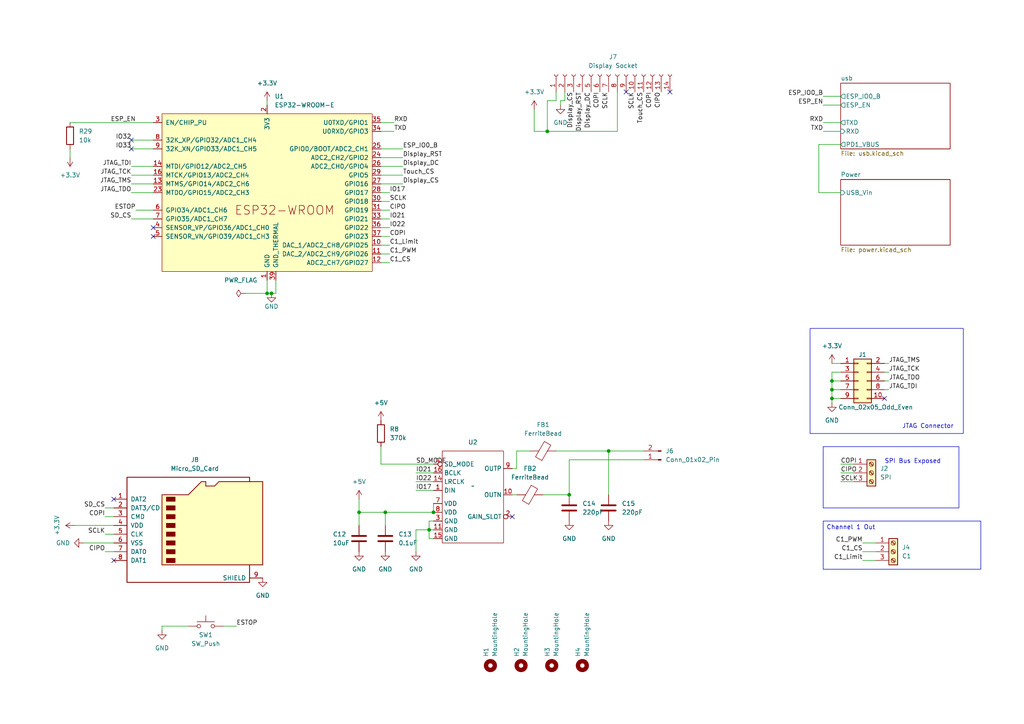
<source format=kicad_sch>
(kicad_sch (version 20230121) (generator eeschema)
  (paper "A4")
  (lib_symbols
    (symbol "Connector:Conn_01x02_Pin" (pin_names (offset 1.016) hide)
      (property "Reference" "J" (at 0 2.54 0))
      (property "Value" "Conn_01x02_Pin" (at 0 -5.08 0))
      (symbol "Conn_01x02_Pin_1_1"
        (polyline (pts (xy 1.27 -2.54) (xy 0.8636 -2.54)) (stroke (width 0.1524)))
        (polyline (pts (xy 1.27 0) (xy 0.8636 0)) (stroke (width 0.1524)))
        (rectangle (start 0.8636 -2.413) (end 0 -2.667) (stroke (width 0.1524)) (fill (type outline)))
        (rectangle (start 0.8636 0.127) (end 0 -0.127) (stroke (width 0.1524)) (fill (type outline)))
        (pin passive line (at 5.08 0 180) (length 3.81) (name "Pin_1") (number "1"))
        (pin passive line (at 5.08 -2.54 180) (length 3.81) (name "Pin_2") (number "2"))
      )
    )
    (symbol "Connector:Conn_01x14_Socket" (pin_names (offset 1.016) hide)
      (property "Reference" "J" (at 0 17.78 0))
      (property "Value" "Conn_01x14_Socket" (at 0 -20.32 0))
      (symbol "Conn_01x14_Socket_1_1"
        (arc (start 0 -17.272) (mid -0.5058 -17.78) (end 0 -18.288) (stroke (width 0.1524)))
        (arc (start 0 -14.732) (mid -0.5058 -15.24) (end 0 -15.748) (stroke (width 0.1524)))
        (arc (start 0 -12.192) (mid -0.5058 -12.7) (end 0 -13.208) (stroke (width 0.1524)))
        (arc (start 0 -9.652) (mid -0.5058 -10.16) (end 0 -10.668) (stroke (width 0.1524)))
        (arc (start 0 -7.112) (mid -0.5058 -7.62) (end 0 -8.128) (stroke (width 0.1524)))
        (arc (start 0 -4.572) (mid -0.5058 -5.08) (end 0 -5.588) (stroke (width 0.1524)))
        (arc (start 0 -2.032) (mid -0.5058 -2.54) (end 0 -3.048) (stroke (width 0.1524)))
        (polyline (pts (xy -1.27 -17.78) (xy -0.508 -17.78)) (stroke (width 0.1524)))
        (polyline (pts (xy -1.27 -15.24) (xy -0.508 -15.24)) (stroke (width 0.1524)))
        (polyline (pts (xy -1.27 -12.7) (xy -0.508 -12.7)) (stroke (width 0.1524)))
        (polyline (pts (xy -1.27 -10.16) (xy -0.508 -10.16)) (stroke (width 0.1524)))
        (polyline (pts (xy -1.27 -7.62) (xy -0.508 -7.62)) (stroke (width 0.1524)))
        (polyline (pts (xy -1.27 -5.08) (xy -0.508 -5.08)) (stroke (width 0.1524)))
        (polyline (pts (xy -1.27 -2.54) (xy -0.508 -2.54)) (stroke (width 0.1524)))
        (polyline (pts (xy -1.27 0) (xy -0.508 0)) (stroke (width 0.1524)))
        (polyline (pts (xy -1.27 2.54) (xy -0.508 2.54)) (stroke (width 0.1524)))
        (polyline (pts (xy -1.27 5.08) (xy -0.508 5.08)) (stroke (width 0.1524)))
        (polyline (pts (xy -1.27 7.62) (xy -0.508 7.62)) (stroke (width 0.1524)))
        (polyline (pts (xy -1.27 10.16) (xy -0.508 10.16)) (stroke (width 0.1524)))
        (polyline (pts (xy -1.27 12.7) (xy -0.508 12.7)) (stroke (width 0.1524)))
        (polyline (pts (xy -1.27 15.24) (xy -0.508 15.24)) (stroke (width 0.1524)))
        (arc (start 0 0.508) (mid -0.5058 0) (end 0 -0.508) (stroke (width 0.1524)))
        (arc (start 0 3.048) (mid -0.5058 2.54) (end 0 2.032) (stroke (width 0.1524)))
        (arc (start 0 5.588) (mid -0.5058 5.08) (end 0 4.572) (stroke (width 0.1524)))
        (arc (start 0 8.128) (mid -0.5058 7.62) (end 0 7.112) (stroke (width 0.1524)))
        (arc (start 0 10.668) (mid -0.5058 10.16) (end 0 9.652) (stroke (width 0.1524)))
        (arc (start 0 13.208) (mid -0.5058 12.7) (end 0 12.192) (stroke (width 0.1524)))
        (arc (start 0 15.748) (mid -0.5058 15.24) (end 0 14.732) (stroke (width 0.1524)))
        (pin passive line (at -5.08 15.24 0) (length 3.81) (name "Pin_1") (number "1"))
        (pin passive line (at -5.08 -7.62 0) (length 3.81) (name "Pin_10") (number "10"))
        (pin passive line (at -5.08 -10.16 0) (length 3.81) (name "Pin_11") (number "11"))
        (pin passive line (at -5.08 -12.7 0) (length 3.81) (name "Pin_12") (number "12"))
        (pin passive line (at -5.08 -15.24 0) (length 3.81) (name "Pin_13") (number "13"))
        (pin passive line (at -5.08 -17.78 0) (length 3.81) (name "Pin_14") (number "14"))
        (pin passive line (at -5.08 12.7 0) (length 3.81) (name "Pin_2") (number "2"))
        (pin passive line (at -5.08 10.16 0) (length 3.81) (name "Pin_3") (number "3"))
        (pin passive line (at -5.08 7.62 0) (length 3.81) (name "Pin_4") (number "4"))
        (pin passive line (at -5.08 5.08 0) (length 3.81) (name "Pin_5") (number "5"))
        (pin passive line (at -5.08 2.54 0) (length 3.81) (name "Pin_6") (number "6"))
        (pin passive line (at -5.08 0 0) (length 3.81) (name "Pin_7") (number "7"))
        (pin passive line (at -5.08 -2.54 0) (length 3.81) (name "Pin_8") (number "8"))
        (pin passive line (at -5.08 -5.08 0) (length 3.81) (name "Pin_9") (number "9"))
      )
    )
    (symbol "Connector:Micro_SD_Card" (pin_names (offset 1.016))
      (property "Reference" "J" (at -16.51 15.24 0))
      (property "Value" "Micro_SD_Card" (at 16.51 15.24 0))
      (symbol "Micro_SD_Card_0_1"
        (rectangle (start -7.62 -9.525) (end -5.08 -10.795) (fill (type outline)))
        (rectangle (start -7.62 -6.985) (end -5.08 -8.255) (fill (type outline)))
        (rectangle (start -7.62 -4.445) (end -5.08 -5.715) (fill (type outline)))
        (rectangle (start -7.62 -1.905) (end -5.08 -3.175) (fill (type outline)))
        (rectangle (start -7.62 0.635) (end -5.08 -0.635) (fill (type outline)))
        (rectangle (start -7.62 3.175) (end -5.08 1.905) (fill (type outline)))
        (rectangle (start -7.62 5.715) (end -5.08 4.445) (fill (type outline)))
        (rectangle (start -7.62 8.255) (end -5.08 6.985) (fill (type outline)))
        (polyline (pts (xy 16.51 12.7) (xy 16.51 13.97) (xy -19.05 13.97) (xy -19.05 -16.51) (xy 16.51 -16.51) (xy 16.51 -11.43)) (stroke (width 0.254)))
        (polyline (pts (xy -8.89 -11.43) (xy -8.89 8.89) (xy -1.27 8.89) (xy 2.54 12.7) (xy 3.81 12.7) (xy 3.81 11.43) (xy 6.35 11.43) (xy 7.62 12.7) (xy 20.32 12.7) (xy 20.32 -11.43) (xy -8.89 -11.43)) (stroke (width 0.254)) (fill (type background)))
      )
      (symbol "Micro_SD_Card_1_1"
        (pin bidirectional line (at -22.86 7.62 0) (length 3.81) (name "DAT2") (number "1"))
        (pin bidirectional line (at -22.86 5.08 0) (length 3.81) (name "DAT3/CD") (number "2"))
        (pin input line (at -22.86 2.54 0) (length 3.81) (name "CMD") (number "3"))
        (pin power_in line (at -22.86 0 0) (length 3.81) (name "VDD") (number "4"))
        (pin input line (at -22.86 -2.54 0) (length 3.81) (name "CLK") (number "5"))
        (pin power_in line (at -22.86 -5.08 0) (length 3.81) (name "VSS") (number "6"))
        (pin bidirectional line (at -22.86 -7.62 0) (length 3.81) (name "DAT0") (number "7"))
        (pin bidirectional line (at -22.86 -10.16 0) (length 3.81) (name "DAT1") (number "8"))
        (pin passive line (at 20.32 -15.24 180) (length 3.81) (name "SHIELD") (number "9"))
      )
    )
    (symbol "Connector:Screw_Terminal_01x03" (pin_names (offset 1.016) hide)
      (property "Reference" "J" (at 0 5.08 0))
      (property "Value" "Screw_Terminal_01x03" (at 0 -5.08 0))
      (symbol "Screw_Terminal_01x03_1_1"
        (rectangle (start -1.27 3.81) (end 1.27 -3.81) (stroke (width 0.254)) (fill (type background)))
        (circle (center 0 -2.54) (radius 0.635) (stroke (width 0.1524)))
        (polyline (pts (xy -0.5334 -2.2098) (xy 0.3302 -3.048)) (stroke (width 0.1524)))
        (polyline (pts (xy -0.5334 0.3302) (xy 0.3302 -0.508)) (stroke (width 0.1524)))
        (polyline (pts (xy -0.5334 2.8702) (xy 0.3302 2.032)) (stroke (width 0.1524)))
        (polyline (pts (xy -0.3556 -2.032) (xy 0.508 -2.8702)) (stroke (width 0.1524)))
        (polyline (pts (xy -0.3556 0.508) (xy 0.508 -0.3302)) (stroke (width 0.1524)))
        (polyline (pts (xy -0.3556 3.048) (xy 0.508 2.2098)) (stroke (width 0.1524)))
        (circle (center 0 0) (radius 0.635) (stroke (width 0.1524)))
        (circle (center 0 2.54) (radius 0.635) (stroke (width 0.1524)))
        (pin passive line (at -5.08 2.54 0) (length 3.81) (name "Pin_1") (number "1"))
        (pin passive line (at -5.08 0 0) (length 3.81) (name "Pin_2") (number "2"))
        (pin passive line (at -5.08 -2.54 0) (length 3.81) (name "Pin_3") (number "3"))
      )
    )
    (symbol "Connector_Generic:Conn_02x05_Odd_Even" (pin_names (offset 1.016) hide)
      (property "Reference" "J" (at 1.27 7.62 0))
      (property "Value" "Conn_02x05_Odd_Even" (at 1.27 -7.62 0))
      (symbol "Conn_02x05_Odd_Even_1_1"
        (rectangle (start -1.27 -4.953) (end 0 -5.207) (stroke (width 0.1524)))
        (rectangle (start -1.27 -2.413) (end 0 -2.667) (stroke (width 0.1524)))
        (rectangle (start -1.27 0.127) (end 0 -0.127) (stroke (width 0.1524)))
        (rectangle (start -1.27 2.667) (end 0 2.413) (stroke (width 0.1524)))
        (rectangle (start -1.27 5.207) (end 0 4.953) (stroke (width 0.1524)))
        (rectangle (start -1.27 6.35) (end 3.81 -6.35) (stroke (width 0.254)) (fill (type background)))
        (rectangle (start 3.81 -4.953) (end 2.54 -5.207) (stroke (width 0.1524)))
        (rectangle (start 3.81 -2.413) (end 2.54 -2.667) (stroke (width 0.1524)))
        (rectangle (start 3.81 0.127) (end 2.54 -0.127) (stroke (width 0.1524)))
        (rectangle (start 3.81 2.667) (end 2.54 2.413) (stroke (width 0.1524)))
        (rectangle (start 3.81 5.207) (end 2.54 4.953) (stroke (width 0.1524)))
        (pin passive line (at -5.08 5.08 0) (length 3.81) (name "Pin_1") (number "1"))
        (pin passive line (at 7.62 -5.08 180) (length 3.81) (name "Pin_10") (number "10"))
        (pin passive line (at 7.62 5.08 180) (length 3.81) (name "Pin_2") (number "2"))
        (pin passive line (at -5.08 2.54 0) (length 3.81) (name "Pin_3") (number "3"))
        (pin passive line (at 7.62 2.54 180) (length 3.81) (name "Pin_4") (number "4"))
        (pin passive line (at -5.08 0 0) (length 3.81) (name "Pin_5") (number "5"))
        (pin passive line (at 7.62 0 180) (length 3.81) (name "Pin_6") (number "6"))
        (pin passive line (at -5.08 -2.54 0) (length 3.81) (name "Pin_7") (number "7"))
        (pin passive line (at 7.62 -2.54 180) (length 3.81) (name "Pin_8") (number "8"))
        (pin passive line (at -5.08 -5.08 0) (length 3.81) (name "Pin_9") (number "9"))
      )
    )
    (symbol "Device:C" (pin_numbers hide) (pin_names (offset 0.254))
      (property "Reference" "C" (at 0.635 2.54 0))
      (property "Value" "C" (at 0.635 -2.54 0))
      (symbol "C_0_1"
        (polyline (pts (xy -2.032 -0.762) (xy 2.032 -0.762)) (stroke (width 0.508)))
        (polyline (pts (xy -2.032 0.762) (xy 2.032 0.762)) (stroke (width 0.508)))
      )
      (symbol "C_1_1"
        (pin passive line (at 0 3.81 270) (length 2.794) (name "~") (number "1"))
        (pin passive line (at 0 -3.81 90) (length 2.794) (name "~") (number "2"))
      )
    )
    (symbol "Device:FerriteBead" (pin_numbers hide) (pin_names (offset 0))
      (property "Reference" "FB" (at -3.81 0.635 90))
      (property "Value" "FerriteBead" (at 3.81 0 90))
      (symbol "FerriteBead_0_1"
        (polyline (pts (xy 0 -1.27) (xy 0 -1.2192)))
        (polyline (pts (xy 0 1.27) (xy 0 1.2954)))
        (polyline (pts (xy -2.7686 0.4064) (xy -1.7018 2.2606) (xy 2.7686 -0.3048) (xy 1.6764 -2.159) (xy -2.7686 0.4064)))
      )
      (symbol "FerriteBead_1_1"
        (pin passive line (at 0 3.81 270) (length 2.54) (name "~") (number "1"))
        (pin passive line (at 0 -3.81 90) (length 2.54) (name "~") (number "2"))
      )
    )
    (symbol "Device:R" (pin_numbers hide) (pin_names (offset 0))
      (property "Reference" "R" (at 2.032 0 90))
      (property "Value" "R" (at 0 0 90))
      (symbol "R_0_1"
        (rectangle (start -1.016 -2.54) (end 1.016 2.54) (stroke (width 0.254)))
      )
      (symbol "R_1_1"
        (pin passive line (at 0 3.81 270) (length 1.27) (name "~") (number "1"))
        (pin passive line (at 0 -3.81 90) (length 1.27) (name "~") (number "2"))
      )
    )
    (symbol "Mechanical:MountingHole" (pin_names (offset 1.016))
      (property "Reference" "H" (at 0 5.08 0))
      (property "Value" "MountingHole" (at 0 3.175 0))
      (symbol "MountingHole_0_1"
        (circle (center 0 0) (radius 1.27) (stroke (width 1.27)))
      )
    )
    (symbol "OSMI-parts:MAX98357"
      (property "Reference" "U2" (at 0 12.7 0))
      (property "Value" "~" (at 0 0 0))
      (symbol "MAX98357_0_1"
        (rectangle (start -8.89 10.16) (end 8.89 -16.51))
      )
      (symbol "MAX98357_1_1"
        (pin input line (at -11.43 -1.27 0) (length 2.54) (name "DIN") (number "1"))
        (pin output line (at 11.43 -2.54 180) (length 2.54) (name "OUTN") (number "10"))
        (pin power_in line (at -11.43 -12.7 0) (length 2.54) (name "GND") (number "11"))
        (pin input line (at -11.43 1.27 0) (length 2.54) (name "LRCLK") (number "14"))
        (pin power_in line (at -11.43 -15.24 0) (length 2.54) (name "GND") (number "15"))
        (pin input line (at -11.43 3.81 0) (length 2.54) (name "BCLK") (number "16"))
        (pin output inverted (at 11.43 -8.89 180) (length 2.54) (name "GAIN_SLOT") (number "2"))
        (pin power_in line (at -11.43 -10.16 0) (length 2.54) (name "GND") (number "3"))
        (pin input inverted (at -11.43 6.35 0) (length 2.54) (name "SD_MODE") (number "4"))
        (pin input line (at -11.43 -5.08 0) (length 2.54) (name "VDD") (number "7"))
        (pin input line (at -11.43 -7.62 0) (length 2.54) (name "VDD") (number "8"))
        (pin output line (at 11.43 5.08 180) (length 2.54) (name "OUTP") (number "9"))
      )
    )
    (symbol "PCM_Espressif:ESP32-WROOM-E" (pin_names (offset 1.016))
      (property "Reference" "U" (at -30.48 27.94 0))
      (property "Value" "ESP32-WROOM-E" (at -30.48 25.4 0))
      (symbol "ESP32-WROOM-E_0_1"
        (rectangle (start -30.48 22.86) (end 30.48 -22.86) (fill (type background)))
      )
      (symbol "ESP32-WROOM-E_1_1"
        (text "ESP32-­WROOM­" (at 5.08 -5.08 0) (effects (font (size 2.54 2.54))))
        (pin power_in line (at 0 -25.4 90) (length 2.54) (name "GND") (number "1"))
        (pin bidirectional line (at 33.02 -15.24 180) (length 2.54) (name "DAC_1/ADC2_CH8/GPIO25") (number "10"))
        (pin bidirectional line (at 33.02 -17.78 180) (length 2.54) (name "DAC_2/ADC2_CH9/GPIO26") (number "11"))
        (pin bidirectional line (at 33.02 -20.32 180) (length 2.54) (name "ADC2_CH7/GPIO27") (number "12"))
        (pin bidirectional line (at -33.02 2.54 0) (length 2.54) (name "MTMS/GPIO14/ADC2_CH6") (number "13"))
        (pin bidirectional line (at -33.02 7.62 0) (length 2.54) (name "MTDI/GPIO12/ADC2_CH5") (number "14"))
        (pin passive line (at 0 -25.4 90) (length 2.54) hide (name "GND") (number "15"))
        (pin bidirectional line (at -33.02 5.08 0) (length 2.54) (name "MTCK/GPIO13/ADC2_CH4") (number "16"))
        (pin power_in line (at 0 25.4 270) (length 2.54) (name "3V3") (number "2"))
        (pin bidirectional line (at -33.02 0 0) (length 2.54) (name "MTDO/GPIO15/ADC2_CH3") (number "23"))
        (pin bidirectional line (at 33.02 10.16 180) (length 2.54) (name "ADC2_CH2/GPIO2") (number "24"))
        (pin bidirectional line (at 33.02 12.7 180) (length 2.54) (name "GPIO0/BOOT/ADC2_CH1") (number "25"))
        (pin bidirectional line (at 33.02 7.62 180) (length 2.54) (name "ADC2_CH0/GPIO4") (number "26"))
        (pin bidirectional line (at 33.02 2.54 180) (length 2.54) (name "GPIO16") (number "27"))
        (pin bidirectional line (at 33.02 0 180) (length 2.54) (name "GPIO17") (number "28"))
        (pin bidirectional line (at 33.02 5.08 180) (length 2.54) (name "GPIO5") (number "29"))
        (pin input line (at -33.02 20.32 0) (length 2.54) (name "EN/CHIP_PU") (number "3"))
        (pin bidirectional line (at 33.02 -2.54 180) (length 2.54) (name "GPIO18") (number "30"))
        (pin bidirectional line (at 33.02 -5.08 180) (length 2.54) (name "GPIO19") (number "31"))
        (pin bidirectional line (at 33.02 -7.62 180) (length 2.54) (name "GPIO21") (number "33"))
        (pin bidirectional line (at 33.02 17.78 180) (length 2.54) (name "U0RXD/GPIO3") (number "34"))
        (pin bidirectional line (at 33.02 20.32 180) (length 2.54) (name "U0TXD/GPIO1") (number "35"))
        (pin bidirectional line (at 33.02 -10.16 180) (length 2.54) (name "GPIO22") (number "36"))
        (pin bidirectional line (at 33.02 -12.7 180) (length 2.54) (name "GPIO23") (number "37"))
        (pin passive line (at 0 -25.4 90) (length 2.54) hide (name "GND") (number "38"))
        (pin power_in line (at 2.54 -25.4 90) (length 2.54) (name "GND_THERMAL") (number "39"))
        (pin input line (at -33.02 -10.16 0) (length 2.54) (name "SENSOR_VP/GPIO36/ADC1_CH0") (number "4"))
        (pin input line (at -33.02 -12.7 0) (length 2.54) (name "SENSOR_VN/GPIO39/ADC1_CH3") (number "5"))
        (pin input line (at -33.02 -5.08 0) (length 2.54) (name "GPIO34/ADC1_CH6") (number "6"))
        (pin input line (at -33.02 -7.62 0) (length 2.54) (name "GPIO35/ADC1_CH7") (number "7"))
        (pin bidirectional line (at -33.02 15.24 0) (length 2.54) (name "32K_XP/GPIO32/ADC1_CH4") (number "8"))
        (pin bidirectional line (at -33.02 12.7 0) (length 2.54) (name "32K_XN/GPIO33/ADC1_CH5") (number "9"))
      )
    )
    (symbol "Switch:SW_Push" (pin_numbers hide) (pin_names (offset 1.016) hide)
      (property "Reference" "SW" (at 1.27 2.54 0))
      (property "Value" "SW_Push" (at 0 -1.524 0))
      (symbol "SW_Push_0_1"
        (circle (center -2.032 0) (radius 0.508))
        (polyline (pts (xy 0 1.27) (xy 0 3.048)))
        (polyline (pts (xy 2.54 1.27) (xy -2.54 1.27)))
        (circle (center 2.032 0) (radius 0.508))
        (pin passive line (at -5.08 0 0) (length 2.54) (name "1") (number "1"))
        (pin passive line (at 5.08 0 180) (length 2.54) (name "2") (number "2"))
      )
    )
    (symbol "power:+3.3V" (power) (pin_names (offset 0))
      (property "Value" "+3.3V" (at 0 3.556 0))
      (symbol "+3.3V_0_1"
        (polyline (pts (xy -0.762 1.27) (xy 0 2.54)))
        (polyline (pts (xy 0 0) (xy 0 2.54)))
        (polyline (pts (xy 0 2.54) (xy 0.762 1.27)))
      )
      (symbol "+3.3V_1_1"
        (pin power_in line (at 0 0 90) (length 0) hide (name "+3.3V") (number "1"))
      )
    )
    (symbol "power:+5V" (power) (pin_names (offset 0))
      (property "Value" "+5V" (at 0 3.556 0))
      (symbol "+5V_0_1"
        (polyline (pts (xy -0.762 1.27) (xy 0 2.54)))
        (polyline (pts (xy 0 0) (xy 0 2.54)))
        (polyline (pts (xy 0 2.54) (xy 0.762 1.27)))
      )
      (symbol "+5V_1_1"
        (pin power_in line (at 0 0 90) (length 0) hide (name "+5V") (number "1"))
      )
    )
    (symbol "power:GND" (power) (pin_names (offset 0))
      (property "Value" "GND" (at 0 -3.81 0))
      (symbol "GND_0_1"
        (polyline (pts (xy 0 0) (xy 0 -1.27) (xy 1.27 -1.27) (xy 0 -2.54) (xy -1.27 -1.27) (xy 0 -1.27)))
      )
      (symbol "GND_1_1"
        (pin power_in line (at 0 0 270) (length 0) hide (name "GND") (number "1"))
      )
    )
    (symbol "power:PWR_FLAG" (power) (pin_numbers hide) (pin_names (offset 0) hide)
      (property "Value" "PWR_FLAG" (at 0 3.81 0))
      (symbol "PWR_FLAG_0_0"
        (pin power_out line (at 0 0 90) (length 0) (name "pwr") (number "1"))
      )
      (symbol "PWR_FLAG_0_1"
        (polyline (pts (xy 0 0) (xy 0 1.27) (xy -1.016 1.905) (xy 0 2.54) (xy 1.016 1.905) (xy 0 1.27)))
      )
    )
  )
  (junction (at 124.46 153.67))
  (junction (at 241.3 115.57))
  (junction (at 158.75 38.1))
  (junction (at 77.47 85.09))
  (junction (at 125.73 148.59))
  (junction (at 176.53 130.81))
  (junction (at 241.3 113.03))
  (junction (at 165.1 143.51))
  (junction (at 111.76 148.59))
  (junction (at 78.74 85.09))
  (junction (at 104.14 148.59))
  (junction (at 241.3 110.49))
  (no_connect (at 33.02 144.78))
  (no_connect (at 38.1 43.18))
  (no_connect (at 181.61 26.67))
  (no_connect (at 148.59 149.86))
  (no_connect (at 44.45 68.58))
  (no_connect (at 44.45 66.04))
  (no_connect (at 256.54 115.57))
  (no_connect (at 38.1 40.64))
  (no_connect (at 194.31 26.67))
  (no_connect (at 33.02 162.56))
  (wire (pts (xy 110.49 43.18) (xy 116.84 43.18)))
  (wire (pts (xy 237.49 55.88) (xy 243.84 55.88)))
  (wire (pts (xy 30.48 154.94) (xy 33.02 154.94)))
  (wire (pts (xy 176.53 130.81) (xy 186.69 130.81)))
  (wire (pts (xy 238.76 27.94) (xy 243.84 27.94)))
  (wire (pts (xy 110.49 48.26) (xy 116.84 48.26)))
  (wire (pts (xy 124.46 151.13) (xy 125.73 151.13)))
  (wire (pts (xy 256.54 110.49) (xy 257.81 110.49)))
  (wire (pts (xy 250.19 160.02) (xy 254 160.02)))
  (wire (pts (xy 110.49 53.34) (xy 116.84 53.34)))
  (wire (pts (xy 124.46 153.67) (xy 124.46 156.21)))
  (wire (pts (xy 120.65 153.67) (xy 124.46 153.67)))
  (wire (pts (xy 24.13 157.48) (xy 33.02 157.48)))
  (wire (pts (xy 176.53 130.81) (xy 176.53 143.51)))
  (wire (pts (xy 120.65 139.7) (xy 125.73 139.7)))
  (wire (pts (xy 158.75 29.21) (xy 158.75 38.1)))
  (wire (pts (xy 44.45 48.26) (xy 38.1 48.26)))
  (wire (pts (xy 161.29 130.81) (xy 176.53 130.81)))
  (wire (pts (xy 162.56 29.21) (xy 162.56 30.48)))
  (wire (pts (xy 110.49 68.58) (xy 113.03 68.58)))
  (wire (pts (xy 110.49 50.8) (xy 116.84 50.8)))
  (wire (pts (xy 110.49 71.12) (xy 113.03 71.12)))
  (wire (pts (xy 110.49 66.04) (xy 113.03 66.04)))
  (wire (pts (xy 238.76 30.48) (xy 243.84 30.48)))
  (wire (pts (xy 44.45 53.34) (xy 38.1 53.34)))
  (wire (pts (xy 186.69 133.35) (xy 165.1 133.35)))
  (wire (pts (xy 241.3 105.41) (xy 243.84 105.41)))
  (wire (pts (xy 243.84 41.91) (xy 237.49 41.91)))
  (wire (pts (xy 104.14 144.78) (xy 104.14 148.59)))
  (wire (pts (xy 256.54 105.41) (xy 257.81 105.41)))
  (wire (pts (xy 149.86 135.89) (xy 148.59 135.89)))
  (wire (pts (xy 111.76 148.59) (xy 104.14 148.59)))
  (wire (pts (xy 154.94 38.1) (xy 158.75 38.1)))
  (wire (pts (xy 158.75 38.1) (xy 179.07 38.1)))
  (wire (pts (xy 30.48 160.02) (xy 33.02 160.02)))
  (wire (pts (xy 241.3 116.84) (xy 241.3 115.57)))
  (wire (pts (xy 110.49 134.62) (xy 125.73 134.62)))
  (wire (pts (xy 125.73 148.59) (xy 111.76 148.59)))
  (wire (pts (xy 77.47 29.21) (xy 77.47 30.48)))
  (wire (pts (xy 237.49 41.91) (xy 237.49 55.88)))
  (wire (pts (xy 71.12 85.09) (xy 77.47 85.09)))
  (wire (pts (xy 241.3 110.49) (xy 241.3 107.95)))
  (wire (pts (xy 46.99 182.88) (xy 46.99 181.61)))
  (wire (pts (xy 110.49 45.72) (xy 116.84 45.72)))
  (wire (pts (xy 238.76 35.56) (xy 243.84 35.56)))
  (wire (pts (xy 77.47 81.28) (xy 77.47 85.09)))
  (wire (pts (xy 110.49 63.5) (xy 113.03 63.5)))
  (wire (pts (xy 153.67 130.81) (xy 149.86 130.81)))
  (wire (pts (xy 256.54 113.03) (xy 257.81 113.03)))
  (wire (pts (xy 241.3 113.03) (xy 243.84 113.03)))
  (wire (pts (xy 110.49 73.66) (xy 113.03 73.66)))
  (wire (pts (xy 247.65 139.7) (xy 243.84 139.7)))
  (wire (pts (xy 241.3 107.95) (xy 243.84 107.95)))
  (wire (pts (xy 110.49 58.42) (xy 113.03 58.42)))
  (wire (pts (xy 165.1 133.35) (xy 165.1 143.51)))
  (wire (pts (xy 247.65 137.16) (xy 243.84 137.16)))
  (wire (pts (xy 158.75 29.21) (xy 161.29 29.21)))
  (wire (pts (xy 110.49 55.88) (xy 113.03 55.88)))
  (wire (pts (xy 124.46 156.21) (xy 125.73 156.21)))
  (wire (pts (xy 21.59 152.4) (xy 33.02 152.4)))
  (wire (pts (xy 154.94 31.75) (xy 154.94 38.1)))
  (wire (pts (xy 44.45 43.18) (xy 38.1 43.18)))
  (wire (pts (xy 120.65 137.16) (xy 125.73 137.16)))
  (wire (pts (xy 46.99 181.61) (xy 54.61 181.61)))
  (wire (pts (xy 247.65 134.62) (xy 243.84 134.62)))
  (wire (pts (xy 30.48 147.32) (xy 33.02 147.32)))
  (wire (pts (xy 111.76 148.59) (xy 111.76 152.4)))
  (wire (pts (xy 125.73 146.05) (xy 125.73 148.59)))
  (wire (pts (xy 124.46 153.67) (xy 125.73 153.67)))
  (wire (pts (xy 241.3 115.57) (xy 243.84 115.57)))
  (wire (pts (xy 78.74 85.09) (xy 80.01 85.09)))
  (wire (pts (xy 20.32 35.56) (xy 44.45 35.56)))
  (wire (pts (xy 120.65 142.24) (xy 125.73 142.24)))
  (wire (pts (xy 39.37 60.96) (xy 44.45 60.96)))
  (wire (pts (xy 149.86 143.51) (xy 148.59 143.51)))
  (wire (pts (xy 124.46 151.13) (xy 124.46 153.67)))
  (wire (pts (xy 157.48 143.51) (xy 165.1 143.51)))
  (wire (pts (xy 20.32 43.18) (xy 20.32 45.72)))
  (wire (pts (xy 30.48 149.86) (xy 33.02 149.86)))
  (wire (pts (xy 44.45 63.5) (xy 38.1 63.5)))
  (wire (pts (xy 114.3 38.1) (xy 110.49 38.1)))
  (wire (pts (xy 104.14 148.59) (xy 104.14 152.4)))
  (wire (pts (xy 44.45 50.8) (xy 38.1 50.8)))
  (wire (pts (xy 241.3 115.57) (xy 241.3 113.03)))
  (wire (pts (xy 250.19 162.56) (xy 254 162.56)))
  (wire (pts (xy 162.56 29.21) (xy 163.83 29.21)))
  (wire (pts (xy 238.76 38.1) (xy 243.84 38.1)))
  (wire (pts (xy 114.3 35.56) (xy 110.49 35.56)))
  (wire (pts (xy 44.45 55.88) (xy 38.1 55.88)))
  (wire (pts (xy 256.54 107.95) (xy 257.81 107.95)))
  (wire (pts (xy 250.19 157.48) (xy 254 157.48)))
  (wire (pts (xy 110.49 134.62) (xy 110.49 129.54)))
  (wire (pts (xy 110.49 76.2) (xy 113.03 76.2)))
  (wire (pts (xy 241.3 113.03) (xy 241.3 110.49)))
  (wire (pts (xy 179.07 26.67) (xy 179.07 38.1)))
  (wire (pts (xy 163.83 29.21) (xy 163.83 26.67)))
  (wire (pts (xy 80.01 85.09) (xy 80.01 81.28)))
  (wire (pts (xy 241.3 110.49) (xy 243.84 110.49)))
  (wire (pts (xy 120.65 160.02) (xy 120.65 153.67)))
  (wire (pts (xy 110.49 60.96) (xy 113.03 60.96)))
  (wire (pts (xy 149.86 130.81) (xy 149.86 135.89)))
  (wire (pts (xy 44.45 40.64) (xy 38.1 40.64)))
  (wire (pts (xy 68.58 181.61) (xy 64.77 181.61)))
  (wire (pts (xy 78.74 85.09) (xy 77.47 85.09)))
  (wire (pts (xy 161.29 29.21) (xy 161.29 26.67)))
  (rectangle (start 238.76 129.54) (end 278.13 147.32))
  (rectangle (start 234.95 95.25) (end 279.4 125.73))
  (text_box "Channel 1 Out\n" (at 238.76 151.13 0) (size 45.72 13.97) (effects (font (size 1.27 1.27)) (justify left top)))
  (text "JTAG Connector" (at 261.62 124.46 0) (effects (font (size 1.27 1.27)) (justify left bottom)))
  (text "SPI Bus Exposed" (at 256.54 134.62 0) (effects (font (size 1.27 1.27)) (justify left bottom)))
  (label "JTAG_TDO" (at 257.81 110.49 0))
  (label "COPI" (at 173.99 26.67 270))
  (label "Touch_CS" (at 186.69 26.67 270))
  (label "SD_MODE" (at 120.65 134.62 0))
  (label "JTAG_TMS" (at 257.81 105.41 0))
  (label "ESP_IO0_B" (at 116.84 43.18 0))
  (label "IO32" (at 38.1 40.64 180))
  (label "TXD" (at 238.76 38.1 180))
  (label "JTAG_TDO" (at 38.1 55.88 180))
  (label "C1_Limit" (at 250.19 162.56 180))
  (label "IO21" (at 120.65 137.16 0))
  (label "Display_RST" (at 116.84 45.72 0))
  (label "Display_CS" (at 166.37 26.67 270))
  (label "IO17" (at 113.03 55.88 0))
  (label "RXD" (at 238.76 35.56 180))
  (label "IO17" (at 120.65 142.24 0))
  (label "C1_Limit" (at 113.03 71.12 0))
  (label "Display_RST" (at 168.91 26.67 270))
  (label "CIPO" (at 113.03 60.96 0))
  (label "SD_CS" (at 30.48 147.32 180))
  (label "COPI" (at 30.48 149.86 180))
  (label "TXD" (at 114.3 38.1 0))
  (label "RXD" (at 114.3 35.56 0))
  (label "Display_DC" (at 116.84 48.26 0))
  (label "COPI" (at 113.03 68.58 0))
  (label "JTAG_TDI" (at 257.81 113.03 0))
  (label "JTAG_TCK" (at 257.81 107.95 0))
  (label "ESTOP" (at 39.37 60.96 180))
  (label "C1_CS" (at 250.19 160.02 180))
  (label "SCLK" (at 30.48 154.94 180))
  (label "ESTOP" (at 68.58 181.61 0))
  (label "SCLK" (at 243.84 139.7 0))
  (label "C1_CS" (at 113.03 76.2 0))
  (label "ESP_EN" (at 39.37 35.56 180))
  (label "IO22" (at 120.65 139.7 0))
  (label "IO33" (at 38.1 43.18 180))
  (label "Touch_CS" (at 116.84 50.8 0))
  (label "IO21" (at 113.03 63.5 0))
  (label "SD_CS" (at 38.1 63.5 180))
  (label "JTAG_TMS" (at 38.1 53.34 180))
  (label "COPI" (at 243.84 134.62 0))
  (label "ESP_IO0_B" (at 238.76 27.94 180))
  (label "Display_DC" (at 171.45 26.67 270))
  (label "CIPO" (at 30.48 160.02 180))
  (label "JTAG_TDI" (at 38.1 48.26 180))
  (label "CIPO" (at 191.77 26.67 270))
  (label "CIPO" (at 243.84 137.16 0))
  (label "Display_CS" (at 116.84 53.34 0))
  (label "SCLK" (at 176.53 26.67 270))
  (label "C1_PWM" (at 113.03 73.66 0))
  (label "COPI" (at 189.23 26.67 270))
  (label "SCLK" (at 184.15 26.67 270))
  (label "C1_PWM" (at 250.19 157.48 180))
  (label "ESP_EN" (at 238.76 30.48 180))
  (label "SCLK" (at 113.03 58.42 0))
  (label "JTAG_TCK" (at 38.1 50.8 180))
  (label "IO22" (at 113.03 66.04 0))
  (symbol (lib_id "Device:FerriteBead") (at 153.67 143.51 270) (unit 1)
    (property "Reference" "FB2" (at 153.7208 135.89 90))
    (property "Value" "FerriteBead" (at 153.7208 138.43 90))
    (property "Footprint" "Resistor_SMD:R_0603_1608Metric" (effects hide))
    (property "Datasheet" "https://product.tdk.com/en/system/files?file=dam/doc/product/emc/emc/suppression-filter/catalog/suppression-filter_commercial_maf1608g_en.pdf" (effects hide))
    (property "Cost" ".2" (effects hide))
    (property "Sim.Enable" "0" (effects hide))
    (property "digikey_pn" "445-181518-6-ND" (effects hide))
  )
  (symbol (lib_id "power:GND") (at 120.65 160.02 0) (unit 1)
    (property "Reference" "#PWR029" (effects hide))
    (property "Value" "GND" (at 120.65 165.1 0))
  )
  (symbol (lib_id "Device:FerriteBead") (at 157.48 130.81 270) (unit 1)
    (property "Reference" "FB1" (at 157.5308 123.19 90))
    (property "Value" "FerriteBead" (at 157.5308 125.73 90))
    (property "Footprint" "Resistor_SMD:R_0603_1608Metric" (effects hide))
    (property "Datasheet" "https://product.tdk.com/en/system/files?file=dam/doc/product/emc/emc/suppression-filter/catalog/suppression-filter_commercial_maf1608g_en.pdf" (effects hide))
    (property "Cost" ".2" (effects hide))
    (property "Sim.Enable" "0" (effects hide))
    (property "digikey_pn" "445-181518-6-ND" (effects hide))
  )
  (symbol (lib_id "Mechanical:MountingHole") (at 142.24 193.04 90) (unit 1)
    (property "Reference" "H1" (at 140.97 190.5 0) (effects (justify left)))
    (property "Value" "MountingHole" (at 143.51 190.5 0) (effects (justify left)))
    (property "Footprint" "MountingHole:MountingHole_3.2mm_M3" (effects hide))
    (property "Cost" "0" (effects hide))
    (property "Sim.Enable" "0" (effects hide))
  )
  (symbol (lib_id "Connector:Screw_Terminal_01x03") (at 259.08 160.02 0) (unit 1)
    (property "Reference" "J4" (at 261.62 158.75 0) (effects (justify left)))
    (property "Value" "C1" (at 261.62 161.29 0) (effects (justify left)))
    (property "Footprint" "TerminalBlock_TE-Connectivity:TerminalBlock_TE_282834-3_1x03_P2.54mm_Horizontal" (effects hide))
  )
  (symbol (lib_id "OSMI-parts:MAX98357") (at 137.16 140.97 0) (unit 1)
    (property "Reference" "U2" (at 137.16 128.27 0))
    (property "Value" "~" (at 137.16 140.97 0))
    (property "Footprint" "Package_DFN_QFN:QFN-16-1EP_3x3mm_P0.5mm_EP1.45x1.45mm" (effects hide))
    (property "Datasheet" "https://www.analog.com/media/en/technical-documentation/data-sheets/MAX98357A-MAX98357B.pdf" (effects hide))
    (property "ordering_link" "https://www.digikey.com/en/products/detail/analog-devices-inc-maxim-integrated/MAX98357AETE-T/4936122" (effects hide))
    (property "cost" "2.86" (effects hide))
    (property "Cost" "0" (effects hide))
    (property "Sim.Enable" "0" (effects hide))
  )
  (symbol (lib_id "power:GND") (at 78.74 85.09 0) (unit 1)
    (property "Reference" "#PWR019" (effects hide))
    (property "Value" "GND" (at 78.74 88.9 0))
  )
  (symbol (lib_id "power:+3.3V") (at 154.94 31.75 0) (unit 1)
    (property "Reference" "#PWR016" (effects hide))
    (property "Value" "+3.3V" (at 154.94 26.67 0))
  )
  (symbol (lib_id "power:+5V") (at 104.14 144.78 0) (unit 1)
    (property "Reference" "#PWR02" (effects hide))
    (property "Value" "+5V" (at 104.14 139.7 0))
  )
  (symbol (lib_id "Connector_Generic:Conn_02x05_Odd_Even") (at 248.92 110.49 0) (unit 1)
    (property "Reference" "J1" (at 250.19 102.87 0))
    (property "Value" "Conn_02x05_Odd_Even" (at 254 118.11 0))
    (property "Footprint" "Connector_PinHeader_1.27mm:PinHeader_2x05_P1.27mm_Vertical" (effects hide))
    (property "Cost" "0" (effects hide))
    (property "Sim.Enable" "0" (effects hide))
  )
  (symbol (lib_id "power:GND") (at 162.56 30.48 0) (unit 1)
    (property "Reference" "#PWR017" (effects hide))
    (property "Value" "GND" (at 162.56 35.56 0))
  )
  (symbol (lib_id "Switch:SW_Push") (at 59.69 181.61 0) (unit 1)
    (property "Reference" "SW1" (at 59.69 184.15 0))
    (property "Value" "SW_Push" (at 59.69 186.69 0))
    (property "Footprint" "TerminalBlock_TE-Connectivity:TerminalBlock_TE_282834-2_1x02_P2.54mm_Horizontal" (effects hide))
    (property "Cost" "0" (effects hide))
    (property "Sim.Enable" "0" (effects hide))
  )
  (symbol (lib_id "Connector:Micro_SD_Card") (at 55.88 152.4 0) (unit 1)
    (property "Reference" "J8" (at 56.515 133.35 0))
    (property "Value" "Micro_SD_Card" (at 56.515 135.89 0))
    (property "Footprint" "Connector_Card:microSD_HC_Molex_47219-2001" (effects hide))
    (property "Datasheet" "http://katalog.we-online.de/em/datasheet/693072010801.pdf" (effects hide))
    (property "Cost" "0" (effects hide))
    (property "Sim.Enable" "0" (effects hide))
  )
  (symbol (lib_id "Connector:Conn_01x02_Pin") (at 191.77 133.35 180) (unit 1)
    (property "Reference" "J6" (at 193.04 130.81 0) (effects (justify right)))
    (property "Value" "Conn_01x02_Pin" (at 193.04 133.35 0) (effects (justify right)))
    (property "Footprint" "Connector_PinHeader_2.54mm:PinHeader_1x02_P2.54mm_Horizontal" (effects hide))
    (property "Cost" "0" (effects hide))
    (property "Sim.Enable" "0" (effects hide))
  )
  (symbol (lib_id "Mechanical:MountingHole") (at 151.13 193.04 90) (unit 1)
    (property "Reference" "H2" (at 149.86 190.5 0) (effects (justify left)))
    (property "Value" "MountingHole" (at 152.4 190.5 0) (effects (justify left)))
    (property "Footprint" "MountingHole:MountingHole_3.2mm_M3" (effects hide))
    (property "Cost" "0" (effects hide))
    (property "Sim.Enable" "0" (effects hide))
  )
  (symbol (lib_id "power:GND") (at 241.3 116.84 0) (unit 1)
    (property "Reference" "#PWR05" (effects hide))
    (property "Value" "GND" (at 241.3 121.92 0))
  )
  (symbol (lib_id "PCM_Espressif:ESP32-WROOM-E") (at 77.47 55.88 0) (unit 1)
    (property "Reference" "U1" (at 79.6641 27.94 0) (effects (justify left)))
    (property "Value" "ESP32-WROOM-E" (at 79.6641 30.48 0) (effects (justify left)))
    (property "Footprint" "PCM_Espressif:ESP32-WROOM-32E" (effects hide))
    (property "Datasheet" "https://www.espressif.com/sites/default/files/documentation/esp32-wroom-32e_esp32-wroom-32ue_datasheet_en.pdf" (effects hide))
  )
  (symbol (lib_id "power:GND") (at 24.13 157.48 270) (unit 1)
    (property "Reference" "#PWR013" (effects hide))
    (property "Value" "GND" (at 20.32 157.48 90) (effects (justify right)))
  )
  (symbol (lib_id "power:GND") (at 111.76 160.02 0) (unit 1)
    (property "Reference" "#PWR030" (effects hide))
    (property "Value" "GND" (at 111.76 165.1 0))
  )
  (symbol (lib_id "Connector:Conn_01x14_Socket") (at 176.53 21.59 90) (unit 1)
    (property "Reference" "J7" (at 177.8 16.51 90))
    (property "Value" "Display Socket" (at 177.8 19.05 90))
    (property "Footprint" "Connector_PinSocket_2.54mm:PinSocket_1x14_P2.54mm_Vertical" (effects hide))
  )
  (symbol (lib_id "Device:C") (at 165.1 147.32 0) (unit 1)
    (property "Reference" "C14" (at 168.91 146.05 0) (effects (justify left)))
    (property "Value" "220pF" (at 168.91 148.59 0) (effects (justify left)))
    (property "Footprint" "Capacitor_SMD:C_0603_1608Metric" (effects hide))
    (property "Cost" "0" (effects hide))
    (property "Sim.Enable" "0" (effects hide))
  )
  (symbol (lib_id "power:GND") (at 176.53 151.13 0) (unit 1)
    (property "Reference" "#PWR033" (effects hide))
    (property "Value" "GND" (at 176.53 156.21 0))
  )
  (symbol (lib_id "power:GND") (at 165.1 151.13 0) (unit 1)
    (property "Reference" "#PWR032" (effects hide))
    (property "Value" "GND" (at 165.1 156.21 0))
  )
  (symbol (lib_id "Device:R") (at 20.32 39.37 0) (unit 1)
    (property "Reference" "R29" (at 22.86 38.1 0) (effects (justify left)))
    (property "Value" "10k" (at 22.86 40.64 0) (effects (justify left)))
    (property "Footprint" "Resistor_SMD:R_0603_1608Metric" (effects hide))
  )
  (symbol (lib_id "Connector:Screw_Terminal_01x03") (at 252.73 137.16 0) (unit 1)
    (property "Reference" "J2" (at 255.27 135.89 0) (effects (justify left)))
    (property "Value" "SPI" (at 255.27 138.43 0) (effects (justify left)))
    (property "Footprint" "TerminalBlock_TE-Connectivity:TerminalBlock_TE_282834-3_1x03_P2.54mm_Horizontal" (effects hide))
  )
  (symbol (lib_id "power:GND") (at 76.2 167.64 0) (mirror y) (unit 1)
    (property "Reference" "#PWR011" (effects hide))
    (property "Value" "GND" (at 76.2 172.72 0))
  )
  (symbol (lib_id "power:+3.3V") (at 241.3 105.41 0) (unit 1)
    (property "Reference" "#PWR04" (effects hide))
    (property "Value" "+3.3V" (at 241.3 100.33 0))
  )
  (symbol (lib_id "power:+3.3V") (at 20.32 45.72 180) (unit 1)
    (property "Reference" "#PWR027" (effects hide))
    (property "Value" "+3.3V" (at 20.32 50.8 0))
  )
  (symbol (lib_id "Device:C") (at 176.53 147.32 0) (unit 1)
    (property "Reference" "C15" (at 180.34 146.05 0) (effects (justify left)))
    (property "Value" "220pF" (at 180.34 148.59 0) (effects (justify left)))
    (property "Footprint" "Capacitor_SMD:C_0603_1608Metric" (effects hide))
    (property "Cost" "0" (effects hide))
    (property "Sim.Enable" "0" (effects hide))
  )
  (symbol (lib_id "power:GND") (at 46.99 182.88 0) (unit 1)
    (property "Reference" "#PWR01" (effects hide))
    (property "Value" "GND" (at 46.99 187.96 0))
  )
  (symbol (lib_id "Mechanical:MountingHole") (at 160.02 193.04 90) (unit 1)
    (property "Reference" "H3" (at 158.75 190.5 0) (effects (justify left)))
    (property "Value" "MountingHole" (at 161.29 190.5 0) (effects (justify left)))
    (property "Footprint" "MountingHole:MountingHole_3.2mm_M3" (effects hide))
    (property "Cost" "0" (effects hide))
    (property "Sim.Enable" "0" (effects hide))
  )
  (symbol (lib_id "power:GND") (at 104.14 160.02 0) (unit 1)
    (property "Reference" "#PWR031" (effects hide))
    (property "Value" "GND" (at 104.14 165.1 0))
  )
  (symbol (lib_id "Device:C") (at 104.14 156.21 0) (unit 1)
    (property "Reference" "C12" (at 96.52 154.94 0) (effects (justify left)))
    (property "Value" "10uF" (at 96.52 157.48 0) (effects (justify left)))
    (property "Footprint" "Capacitor_SMD:C_0805_2012Metric" (effects hide))
    (property "Cost" "0" (effects hide))
    (property "Sim.Enable" "0" (effects hide))
  )
  (symbol (lib_id "power:+5V") (at 110.49 121.92 0) (unit 1)
    (property "Reference" "#PWR043" (effects hide))
    (property "Value" "+5V" (at 110.49 116.84 0))
  )
  (symbol (lib_id "Device:R") (at 110.49 125.73 0) (unit 1)
    (property "Reference" "R8" (at 113.03 124.46 0) (effects (justify left)))
    (property "Value" "370k" (at 113.03 127 0) (effects (justify left)))
    (property "Footprint" "Resistor_SMD:R_0603_1608Metric" (effects hide))
    (property "Cost" "0" (effects hide))
    (property "Sim.Enable" "0" (effects hide))
  )
  (symbol (lib_id "power:+3.3V") (at 21.59 152.4 90) (unit 1)
    (property "Reference" "#PWR03" (effects hide))
    (property "Value" "+3.3V" (at 16.51 152.4 0))
  )
  (symbol (lib_id "power:+3.3V") (at 77.47 29.21 0) (unit 1)
    (property "Reference" "#PWR020" (effects hide))
    (property "Value" "+3.3V" (at 77.47 24.13 0))
  )
  (symbol (lib_id "power:PWR_FLAG") (at 71.12 85.09 90) (unit 1)
    (property "Reference" "#FLG01" (effects hide))
    (property "Value" "PWR_FLAG" (at 69.85 81.28 90))
  )
  (symbol (lib_id "Mechanical:MountingHole") (at 168.91 193.04 90) (unit 1)
    (property "Reference" "H4" (at 167.64 190.5 0) (effects (justify left)))
    (property "Value" "MountingHole" (at 170.18 190.5 0) (effects (justify left)))
    (property "Footprint" "MountingHole:MountingHole_3.2mm_M3" (effects hide))
    (property "Cost" "0" (effects hide))
    (property "Sim.Enable" "0" (effects hide))
  )
  (symbol (lib_id "Device:C") (at 111.76 156.21 0) (unit 1)
    (property "Reference" "C13" (at 115.57 154.94 0) (effects (justify left)))
    (property "Value" "0.1uF" (at 115.57 157.48 0) (effects (justify left)))
    (property "Footprint" "Capacitor_SMD:C_0603_1608Metric" (effects hide))
    (property "Cost" "0" (effects hide))
    (property "Sim.Enable" "0" (effects hide))
  )
  (sheet (at 243.84 24.13) (size 31.75 19.05) (stroke (width 0.1524))
    (property "Sheetname" "usb" (at 243.84 23.4184 0) (effects (justify left bottom)))
    (property "Sheetfile" "usb.kicad_sch" (at 243.84 43.7646 0) (effects (justify left top)))
    (pin "ESP_IO0_B" output (at 243.84 27.94 180))
    (pin "ESP_EN" output (at 243.84 30.48 180))
    (pin "TXD" output (at 243.84 35.56 180))
    (pin "RXD" input (at 243.84 38.1 180))
    (pin "PD1_VBUS" output (at 243.84 41.91 180))
  )
  (sheet (at 243.84 52.07) (size 31.75 19.05) (stroke (width 0.1524))
    (property "Sheetname" "Power" (at 243.84 51.3584 0) (effects (justify left bottom)))
    (property "Sheetfile" "power.kicad_sch" (at 243.84 71.7046 0) (effects (justify left top)))
    (pin "USB_Vin" input (at 243.84 55.88 180))
  )
)
</source>
